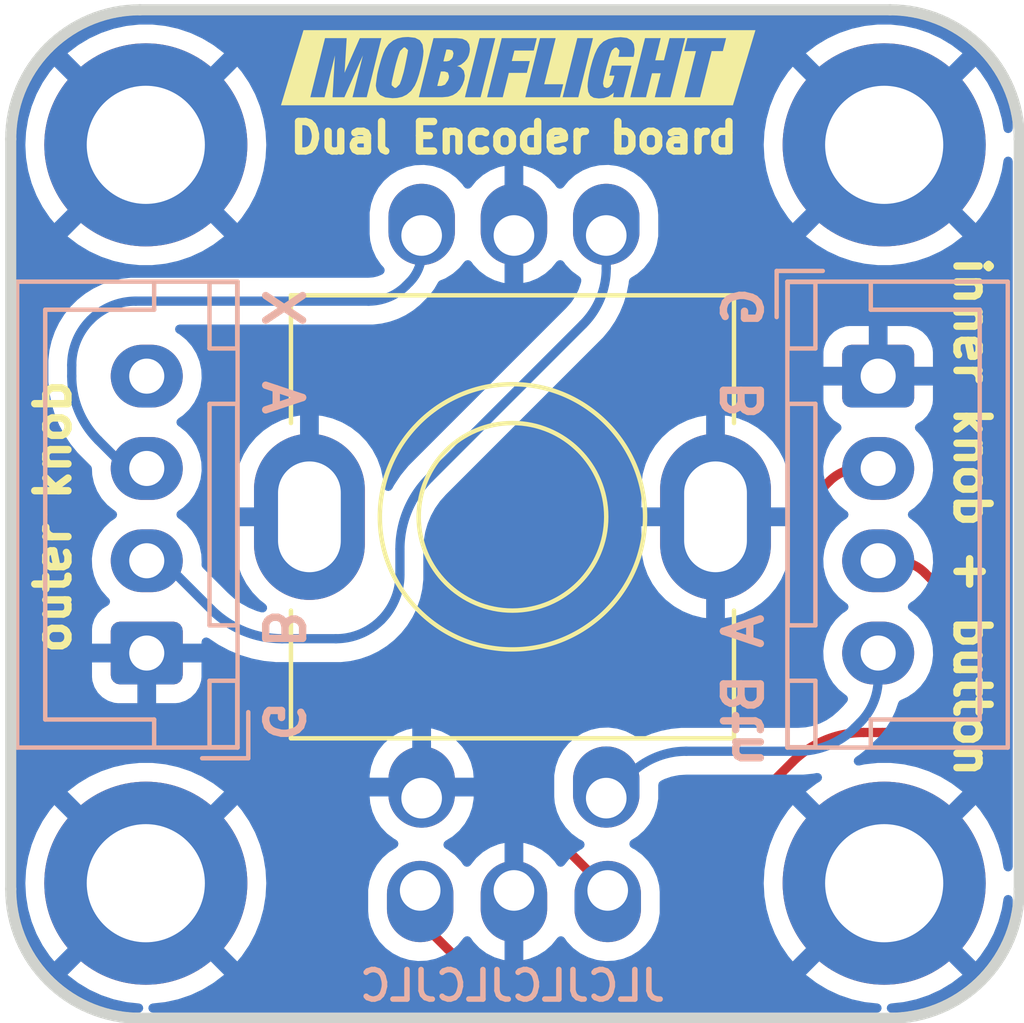
<source format=kicad_pcb>
(kicad_pcb (version 20221018) (generator pcbnew)
  (layers (0 "F.Cu" signal) (31 "B.Cu" signal) (34 "B.Paste" user) (35 "F.Paste" user) (36 "B.SilkS" user "B.Silkscreen") (37 "F.SilkS" user "F.Silkscreen") (38 "B.Mask" user) (39 "F.Mask" user) (44 "Edge.Cuts" user))
  (net 0 "")
  (net 1 "GND")
  (net 2 "SMALL_A")
  (net 3 "SMALL_B")
  (net 4 "SMALL_BUTTON")
  (net 6 "LARGE_B")
  (net 7 "LARGE_A")
  (footprint "MountingHole:MountingHole_3.2mm_M3_ISO14580_Pad_TopBottom" (layer "F.Cu") (at 108.063369 55.99437 180)
    (fp_text reference "H4" hide)
    (fp_text value "MountingHole" hide)
    (pad "1" thru_hole circle (at 0 0 180) (size 3.6 3.6) (drill 3.2) (layers "*.Cu" "*.Mask") (net 1 "GND"))
    (pad "1" connect circle (at 0 0 180) (size 5.5 5.5) (layers "F.Cu" "F.Mask") (net 1 "GND"))
    (pad "1" connect circle (at 0 0 180) (size 5.5 5.5) (layers "B.Cu" "B.Mask") (net 1 "GND"))
  )
  (footprint "kibuzzard-6380ACF0" (layer "F.Cu") (at 118.150523 53.905484)
    (fp_text reference "kibuzzard-6380ACF0" hide)
    (fp_text value "G***" hide)
    (fp_poly (pts (xy -2.083594 0.494506) (xy -1.981359 0.457835) (xy -1.901349 0.343376) (xy -1.879124 0.278924) (xy -1.874679 0.225584) (xy -1.904682 0.132239) (xy -1.994694 0.101124) (xy -2.094706 0.101124) (xy -2.192496 0.494506) (xy -2.083594 0.494506)) (fill solid) (layer "F.SilkS"))
    (fp_poly (pts (xy -1.936909 -0.172244) (xy -1.862455 -0.188913) (xy -1.796891 -0.247809) (xy -1.772444 -0.292259) (xy -1.752441 -0.392271) (xy -1.781334 -0.467281) (xy -1.868011 -0.492284) (xy -1.945799 -0.492284) (xy -2.025809 -0.172244) (xy -1.936909 -0.172244)) (fill solid) (layer "F.SilkS"))
    (fp_poly (pts (xy -3.428206 0.476726) (xy -3.343751 0.547846) (xy -3.303746 0.541179) (xy -3.208179 0.447834) (xy -3.162618 0.326152) (xy -3.101499 0.116681) (xy -3.074273 -0.003334) (xy -3.032601 -0.203359) (xy -2.99593 -0.391716) (xy -2.983706 -0.476726) (xy -3.068161 -0.552291) (xy -3.103721 -0.547846) (xy -3.201511 -0.451168) (xy -3.247072 -0.329208) (xy -3.308191 -0.121126) (xy -3.332917 -0.023336) (xy -3.375978 0.163354) (xy -3.415149 0.341154) (xy -3.428206 0.412274) (xy -3.428206 0.476726)) (fill solid) (layer "F.SilkS"))
    (fp_poly (pts (xy -5.630704 -1.017535) (xy -5.815912 -1.017535) (xy -6.426433 1.017535) (xy -5.815912 1.017535) (xy -5.630704 1.017535) (xy -5.630704 0.798989) (xy -5.232876 -0.801211) (xy -4.646136 -0.801211) (xy -4.703921 0.138906) (xy -4.290536 -0.801211) (xy -3.706019 -0.801211) (xy -4.103846 0.798989) (xy -4.488339 0.798989) (xy -4.206081 -0.334486) (xy -4.708366 0.798989) (xy -5.028406 0.798989) (xy -4.963954 -0.334486) (xy -5.246211 0.798989) (xy -5.630704 0.798989) (xy -5.630704 1.017535) (xy -3.405981 1.017535) (xy -3.405981 0.825659) (xy -3.601283 0.803434) (xy -3.74269 0.736759) (xy -3.828534 0.63119) (xy -3.857149 0.492284) (xy -3.854926 0.460058) (xy -3.852704 0.432276) (xy -3.827145 0.244475) (xy -3.817144 0.174466) (xy -3.798808 0.093345) (xy -3.766026 -0.034449) (xy -3.706513 -0.239413) (xy -3.649468 -0.400914) (xy -3.594894 -0.518954) (xy -3.506549 -0.641191) (xy -3.388201 -0.736759) (xy -3.263186 -0.795099) (xy -3.132614 -0.823436) (xy -3.057049 -0.828993) (xy -2.979261 -0.832326) (xy -2.79146 -0.810101) (xy -2.663666 -0.743426) (xy -2.590324 -0.626189) (xy -2.565876 -0.452279) (xy -2.572791 -0.336709) (xy -2.593534 -0.197432) (xy -2.628106 -0.034449) (xy -2.685768 0.182245) (xy -2.743182 0.35523) (xy -2.80035 0.484505) (xy -2.898418 0.626467) (xy -3.021489 0.730091) (xy -3.145949 0.790099) (xy -3.279299 0.818991) (xy -3.405981 0.825659) (xy -3.405981 1.017535) (xy -2.692559 1.017535) (xy -2.692559 0.798989) (xy -2.294731 -0.801211) (xy -1.667986 -0.801211) (xy -1.511856 -0.782876) (xy -1.399064 -0.727869) (xy -1.330722 -0.637858) (xy -1.307941 -0.514509) (xy -1.316276 -0.427831) (xy -1.341279 -0.332264) (xy -1.383506 -0.243364) (xy -1.447959 -0.163354) (xy -1.544638 -0.086122) (xy -1.656874 -0.041116) (xy -1.605756 -0.032226) (xy -1.556861 -0.007779) (xy -1.473517 0.082232) (xy -1.445736 0.214471) (xy -1.459071 0.327819) (xy -1.505744 0.456724) (xy -1.575086 0.579939) (xy -1.663986 0.675773) (xy -1.772444 0.744226) (xy -1.90046 0.785298) (xy -2.048034 0.798989) (xy -2.692559 0.798989) (xy -2.692559 1.017535) (xy -1.443514 1.017535) (xy -1.443514 0.798989) (xy -1.045686 -0.801211) (xy -0.621189 -0.801211) (xy -1.019016 0.798989) (xy -1.443514 0.798989) (xy -1.443514 1.017535) (xy -0.843439 1.017535) (xy -0.843439 0.798989) (xy -0.445611 -0.801211) (xy 0.503396 -0.801211) (xy 0.421164 -0.465614) (xy -0.103346 -0.465614) (xy -0.174466 -0.181134) (xy 0.314484 -0.181134) (xy 0.234474 0.138906) (xy -0.254476 0.138906) (xy -0.418941 0.798989) (xy -0.843439 0.798989) (xy -0.843439 1.017535) (xy 0.192246 1.017535) (xy 0.192246 0.798989) (xy 0.590074 -0.801211) (xy 1.014571 -0.801211) (xy 0.703421 0.447834) (xy 1.219041 0.447834) (xy 1.130141 0.798989) (xy 0.192246 0.798989) (xy 0.192246 1.017535) (xy 1.203484 1.017535) (xy 1.203484 0.798989) (xy 1.601311 -0.801211) (xy 2.025809 -0.801211) (xy 1.627981 0.798989) (xy 1.203484 0.798989) (xy 1.203484 1.017535) (xy 2.181384 1.017535) (xy 2.181384 0.832326) (xy 2.044978 0.813157) (xy 1.951355 0.75565) (xy 1.897182 0.65536) (xy 1.879124 0.507841) (xy 1.884557 0.407829) (xy 1.900855 0.285591) (xy 1.928019 0.141129) (xy 1.956911 0.010001) (xy 2.014974 -0.198914) (xy 2.075815 -0.372269) (xy 2.139434 -0.510064) (xy 2.205831 -0.612299) (xy 2.310536 -0.709842) (xy 2.443886 -0.777258) (xy 2.605881 -0.814546) (xy 2.774791 -0.827881) (xy 2.944257 -0.807323) (xy 3.061494 -0.745649) (xy 3.129836 -0.642858) (xy 3.152616 -0.498951) (xy 3.141504 -0.370046) (xy 3.123724 -0.294481) (xy 2.712561 -0.294481) (xy 2.714784 -0.305594) (xy 2.730341 -0.367824) (xy 2.739231 -0.420053) (xy 2.741454 -0.472281) (xy 2.661444 -0.550069) (xy 2.609215 -0.537845) (xy 2.538095 -0.470059) (xy 2.503924 -0.394494) (xy 2.465864 -0.278924) (xy 2.385854 0.005556) (xy 2.325846 0.261144) (xy 2.306955 0.345599) (xy 2.296954 0.430054) (xy 2.32029 0.520065) (xy 2.390299 0.550069) (xy 2.434749 0.54229) (xy 2.472531 0.523399) (xy 2.538095 0.446722) (xy 2.592546 0.272256) (xy 2.605881 0.214471) (xy 2.465864 0.214471) (xy 2.534761 -0.056674) (xy 3.068161 -0.056674) (xy 2.854801 0.798989) (xy 2.570321 0.798989) (xy 2.590324 0.672306) (xy 2.556986 0.703421) (xy 2.440305 0.782876) (xy 2.321401 0.821214) (xy 2.181384 0.832326) (xy 2.181384 1.017535) (xy 3.037046 1.017535) (xy 3.037046 0.798989) (xy 3.434874 -0.801211) (xy 3.859371 -0.801211) (xy 3.710464 -0.201136) (xy 3.948271 -0.201136) (xy 4.099401 -0.801211) (xy 4.521676 -0.801211) (xy 4.123849 0.798989) (xy 3.699351 0.798989) (xy 3.861594 0.150019) (xy 3.623786 0.150019) (xy 3.461544 0.798989) (xy 3.037046 0.798989) (xy 3.037046 1.017535) (xy 4.926171 1.017535) (xy 4.926171 0.798989) (xy 4.503896 0.798989) (xy 4.815046 -0.450056) (xy 4.495006 -0.450056) (xy 4.581684 -0.801211) (xy 5.630704 -0.801211) (xy 5.541804 -0.450056) (xy 5.239544 -0.450056) (xy 4.926171 0.798989) (xy 4.926171 1.017535) (xy 5.630704 1.017535) (xy 5.815912 1.017535) (xy 6.426433 -1.017535) (xy 5.815912 -1.017535) (xy 5.630704 -1.017535) (xy -5.630704 -1.017535)) (fill solid) (layer "F.SilkS"))
  )
  (footprint "MountingHole:MountingHole_3.2mm_M3_ISO14580_Pad_TopBottom" (layer "F.Cu") (at 108.063369 75.99437 180)
    (fp_text reference "H3" hide)
    (fp_text value "MountingHole" hide)
    (pad "1" thru_hole circle (at 0 0 180) (size 3.6 3.6) (drill 3.2) (layers "*.Cu" "*.Mask") (net 1 "GND"))
    (pad "1" connect circle (at 0 0 180) (size 5.5 5.5) (layers "F.Cu" "F.Mask") (net 1 "GND"))
    (pad "1" connect circle (at 0 0 180) (size 5.5 5.5) (layers "B.Cu" "B.Mask") (net 1 "GND"))
  )
  (footprint "MountingHole:MountingHole_3.2mm_M3_ISO14580_Pad_TopBottom" (layer "F.Cu") (at 128.063369 55.99437 180)
    (fp_text reference "H2" hide)
    (fp_text value "MountingHole" hide)
    (pad "1" thru_hole circle (at 0 0 180) (size 3.6 3.6) (drill 3.2) (layers "*.Cu" "*.Mask") (net 1 "GND"))
    (pad "1" connect circle (at 0 0 180) (size 5.5 5.5) (layers "F.Cu" "F.Mask") (net 1 "GND"))
    (pad "1" connect circle (at 0 0 180) (size 5.5 5.5) (layers "B.Cu" "B.Mask") (net 1 "GND"))
  )
  (footprint "MountingHole:MountingHole_3.2mm_M3_ISO14580_Pad_TopBottom" (layer "F.Cu") (at 128.063369 75.99437 180)
    (fp_text reference "H1" hide)
    (fp_text value "MountingHole" hide)
    (pad "1" thru_hole circle (at 0 0 180) (size 3.6 3.6) (drill 3.2) (layers "*.Cu" "*.Mask") (net 1 "GND"))
    (pad "1" connect circle (at 0 0 180) (size 5.5 5.5) (layers "F.Cu" "F.Mask") (net 1 "GND"))
    (pad "1" connect circle (at 0 0 180) (size 5.5 5.5) (layers "B.Cu" "B.Mask") (net 1 "GND"))
  )
  (footprint "KiCad:EC11EBB24C03" (layer "F.Cu") (at 117.994914 66.070016 180)
    (fp_text reference "U1" hide)
    (fp_text value "EC11EBB24C03" hide)
    (fp_line (start -6 -6) (end -6 -2.54) (stroke (width 0.12)) (layer "F.SilkS"))
    (fp_line (start -6 2.54) (end -6 6) (stroke (width 0.12)) (layer "F.SilkS"))
    (fp_line (start -6 6) (end 6 6) (stroke (width 0.12)) (layer "F.SilkS"))
    (fp_line (start 6 -6) (end -6 -6) (stroke (width 0.12)) (layer "F.SilkS"))
    (fp_line (start 6 -2.54) (end 6 -6) (stroke (width 0.12)) (layer "F.SilkS"))
    (fp_line (start 6 6) (end 6 2.54) (stroke (width 0.12)) (layer "F.SilkS"))
    (fp_circle (center 0 0) (end 0 -2.54) (stroke (width 0.12)) (fill none) (layer "F.SilkS"))
    (fp_circle (center 0 0) (end 2.54 -2.54) (stroke (width 0.12)) (fill none) (layer "F.SilkS"))
    (pad "A1" thru_hole oval (at -2.54 7.62 180) (size 1.8 2.2) (drill 1.1 (offset 0 0.3)) (layers "*.Cu" "*.Mask") (net 7 "LARGE_A"))
    (pad "A2" thru_hole oval (at -2.58 -10.12 180) (size 1.8 2.2) (drill 1.1 (offset 0 -0.3)) (layers "*.Cu" "*.Mask") (net 2 "SMALL_A"))
    (pad "B1" thru_hole oval (at 2.46 7.62 180) (size 1.8 2.2) (drill 1.1 (offset 0 0.3)) (layers "*.Cu" "*.Mask") (net 6 "LARGE_B"))
    (pad "B2" thru_hole oval (at 2.5 -10.12 180) (size 1.8 2.2) (drill 1.1 (offset 0 -0.3)) (layers "*.Cu" "*.Mask") (net 3 "SMALL_B"))
    (pad "C1" thru_hole oval (at -0.04 7.62 180) (size 1.8 2.2) (drill 1.1 (offset 0 0.3)) (layers "*.Cu" "*.Mask") (net 1 "GND"))
    (pad "C2" thru_hole oval (at -0.04 -10.12 180) (size 1.8 2.2) (drill 1.1 (offset 0 -0.3)) (layers "*.Cu" "*.Mask") (net 1 "GND"))
    (pad "D1" thru_hole oval (at -2.54 -7.62 180) (size 1.8 2.2) (drill 1.1 (offset 0 0.3)) (layers "*.Cu" "*.Mask") (net 4 "SMALL_BUTTON"))
    (pad "E1" thru_hole oval (at 2.46 -7.62 180) (size 1.8 2.2) (drill 1.1 (offset 0 0.3)) (layers "*.Cu" "*.Mask") (net 1 "GND"))
    (pad "MH1" thru_hole oval (at -5.5 0 180) (size 3 4.5) (drill oval 1.7 3) (layers "*.Cu" "*.Mask") (net 1 "GND"))
    (pad "MH2" thru_hole oval (at 5.5 0 180) (size 3 4.5) (drill oval 1.7 3) (layers "*.Cu" "*.Mask") (net 1 "GND"))
  )
  (footprint "Connector_JST:JST_XH_B4B-XH-A_1x04_P2.50mm_Vertical" (layer "B.Cu") (at 127.900914 62.260016 -90)
    (fp_text reference "SMALL1" hide)
    (fp_text value "Conn_01x04_Male" hide)
    (fp_line (start -2.85 2.75) (end -2.85 1.5) (stroke (width 0.12)) (layer "B.SilkS"))
    (fp_line (start -2.56 -3.51) (end 10.06 -3.51) (stroke (width 0.12)) (layer "B.SilkS"))
    (fp_line (start -2.56 2.46) (end -2.56 -3.51) (stroke (width 0.12)) (layer "B.SilkS"))
    (fp_line (start -2.55 0.2) (end -1.8 0.2) (stroke (width 0.12)) (layer "B.SilkS"))
    (fp_line (start -2.55 1.7) (end -0.75 1.7) (stroke (width 0.12)) (layer "B.SilkS"))
    (fp_line (start -2.55 2.45) (end -2.55 1.7) (stroke (width 0.12)) (layer "B.SilkS"))
    (fp_line (start -1.8 -2.75) (end 3.75 -2.75) (stroke (width 0.12)) (layer "B.SilkS"))
    (fp_line (start -1.8 0.2) (end -1.8 -2.75) (stroke (width 0.12)) (layer "B.SilkS"))
    (fp_line (start -1.6 2.75) (end -2.85 2.75) (stroke (width 0.12)) (layer "B.SilkS"))
    (fp_line (start -0.75 1.7) (end -0.75 2.45) (stroke (width 0.12)) (layer "B.SilkS"))
    (fp_line (start -0.75 2.45) (end -2.55 2.45) (stroke (width 0.12)) (layer "B.SilkS"))
    (fp_line (start 0.75 1.7) (end 6.75 1.7) (stroke (width 0.12)) (layer "B.SilkS"))
    (fp_line (start 0.75 2.45) (end 0.75 1.7) (stroke (width 0.12)) (layer "B.SilkS"))
    (fp_line (start 6.75 1.7) (end 6.75 2.45) (stroke (width 0.12)) (layer "B.SilkS"))
    (fp_line (start 6.75 2.45) (end 0.75 2.45) (stroke (width 0.12)) (layer "B.SilkS"))
    (fp_line (start 8.25 1.7) (end 10.05 1.7) (stroke (width 0.12)) (layer "B.SilkS"))
    (fp_line (start 8.25 2.45) (end 8.25 1.7) (stroke (width 0.12)) (layer "B.SilkS"))
    (fp_line (start 9.3 -2.75) (end 3.75 -2.75) (stroke (width 0.12)) (layer "B.SilkS"))
    (fp_line (start 9.3 0.2) (end 9.3 -2.75) (stroke (width 0.12)) (layer "B.SilkS"))
    (fp_line (start 10.05 0.2) (end 9.3 0.2) (stroke (width 0.12)) (layer "B.SilkS"))
    (fp_line (start 10.05 1.7) (end 10.05 2.45) (stroke (width 0.12)) (layer "B.SilkS"))
    (fp_line (start 10.05 2.45) (end 8.25 2.45) (stroke (width 0.12)) (layer "B.SilkS"))
    (fp_line (start 10.06 -3.51) (end 10.06 2.46) (stroke (width 0.12)) (layer "B.SilkS"))
    (fp_line (start 10.06 2.46) (end -2.56 2.46) (stroke (width 0.12)) (layer "B.SilkS"))
    (pad "1" thru_hole roundrect (at 0 0 270) (size 1.7 1.95) (drill 0.95) (layers "*.Cu" "*.Mask") (roundrect_rratio 0.1470588235) (net 1 "GND"))
    (pad "2" thru_hole oval (at 2.5 0 270) (size 1.7 1.95) (drill 0.95) (layers "*.Cu" "*.Mask") (net 2 "SMALL_A"))
    (pad "3" thru_hole oval (at 5 0 270) (size 1.7 1.95) (drill 0.95) (layers "*.Cu" "*.Mask") (net 3 "SMALL_B"))
    (pad "4" thru_hole oval (at 7.5 0 270) (size 1.7 1.95) (drill 0.95) (layers "*.Cu" "*.Mask") (net 4 "SMALL_BUTTON"))
  )
  (footprint "Connector_JST:JST_XH_B4B-XH-A_1x04_P2.50mm_Vertical" (layer "B.Cu") (at 108.088914 69.760016 90)
    (fp_text reference "LARGE1" hide)
    (fp_text value "Conn_01x04_Male" hide)
    (fp_line (start -2.85 2.75) (end -2.85 1.5) (stroke (width 0.12)) (layer "B.SilkS"))
    (fp_line (start -2.56 -3.51) (end 10.06 -3.51) (stroke (width 0.12)) (layer "B.SilkS"))
    (fp_line (start -2.56 2.46) (end -2.56 -3.51) (stroke (width 0.12)) (layer "B.SilkS"))
    (fp_line (start -2.55 0.2) (end -1.8 0.2) (stroke (width 0.12)) (layer "B.SilkS"))
    (fp_line (start -2.55 1.7) (end -0.75 1.7) (stroke (width 0.12)) (layer "B.SilkS"))
    (fp_line (start -2.55 2.45) (end -2.55 1.7) (stroke (width 0.12)) (layer "B.SilkS"))
    (fp_line (start -1.8 -2.75) (end 3.75 -2.75) (stroke (width 0.12)) (layer "B.SilkS"))
    (fp_line (start -1.8 0.2) (end -1.8 -2.75) (stroke (width 0.12)) (layer "B.SilkS"))
    (fp_line (start -1.6 2.75) (end -2.85 2.75) (stroke (width 0.12)) (layer "B.SilkS"))
    (fp_line (start -0.75 1.7) (end -0.75 2.45) (stroke (width 0.12)) (layer "B.SilkS"))
    (fp_line (start -0.75 2.45) (end -2.55 2.45) (stroke (width 0.12)) (layer "B.SilkS"))
    (fp_line (start 0.75 1.7) (end 6.75 1.7) (stroke (width 0.12)) (layer "B.SilkS"))
    (fp_line (start 0.75 2.45) (end 0.75 1.7) (stroke (width 0.12)) (layer "B.SilkS"))
    (fp_line (start 6.75 1.7) (end 6.75 2.45) (stroke (width 0.12)) (layer "B.SilkS"))
    (fp_line (start 6.75 2.45) (end 0.75 2.45) (stroke (width 0.12)) (layer "B.SilkS"))
    (fp_line (start 8.25 1.7) (end 10.05 1.7) (stroke (width 0.12)) (layer "B.SilkS"))
    (fp_line (start 8.25 2.45) (end 8.25 1.7) (stroke (width 0.12)) (layer "B.SilkS"))
    (fp_line (start 9.3 -2.75) (end 3.75 -2.75) (stroke (width 0.12)) (layer "B.SilkS"))
    (fp_line (start 9.3 0.2) (end 9.3 -2.75) (stroke (width 0.12)) (layer "B.SilkS"))
    (fp_line (start 10.05 0.2) (end 9.3 0.2) (stroke (width 0.12)) (layer "B.SilkS"))
    (fp_line (start 10.05 1.7) (end 10.05 2.45) (stroke (width 0.12)) (layer "B.SilkS"))
    (fp_line (start 10.05 2.45) (end 8.25 2.45) (stroke (width 0.12)) (layer "B.SilkS"))
    (fp_line (start 10.06 -3.51) (end 10.06 2.46) (stroke (width 0.12)) (layer "B.SilkS"))
    (fp_line (start 10.06 2.46) (end -2.56 2.46) (stroke (width 0.12)) (layer "B.SilkS"))
    (pad "1" thru_hole roundrect (at 0 0 90) (size 1.7 1.95) (drill 0.95) (layers "*.Cu" "*.Mask") (roundrect_rratio 0.1470588235) (net 1 "GND"))
    (pad "2" thru_hole oval (at 2.5 0 90) (size 1.7 1.95) (drill 0.95) (layers "*.Cu" "*.Mask") (net 7 "LARGE_A"))
    (pad "3" thru_hole oval (at 5 0 90) (size 1.7 1.95) (drill 0.95) (layers "*.Cu" "*.Mask") (net 6 "LARGE_B"))
    (pad "4" thru_hole oval (at 7.5 0 90) (size 1.7 1.95) (drill 0.95) (layers "*.Cu" "*.Mask"))
  )
  (gr_line (start 105.203544 53.610132) (end 105.313551 53.483136) (stroke (width 0.299997)) (layer "Edge.Cuts"))
  (gr_line (start 106.38692 52.681594) (end 106.541956 52.611503) (stroke (width 0.299997)) (layer "Edge.Cuts"))
  (gr_line (start 131.027096 53.742352) (end 131.124677 53.879574) (stroke (width 0.299997)) (layer "Edge.Cuts"))
  (gr_line (start 130.316527 53.031783) (end 130.448746 53.135687) (stroke (width 0.299997)) (layer "Edge.Cuts"))
  (gr_line (start 104.616694 77.355702) (end 104.561668 77.193078) (stroke (width 0.299997)) (layer "Edge.Cuts"))
  (gr_line (start 128.222419 79.652285) (end 128.222419 79.652285) (stroke (width 0.299997)) (layer "Edge.Cuts"))
  (gr_line (start 129.584778 79.377238) (end 129.425838 79.439906) (stroke (width 0.299997)) (layer "Edge.Cuts"))
  (gr_line (start 104.444643 55.303441) (end 104.475423 55.131085) (stroke (width 0.299997)) (layer "Edge.Cuts"))
  (gr_line (start 105.313551 78.505606) (end 105.203544 78.37861) (stroke (width 0.299997)) (layer "Edge.Cuts"))
  (gr_line (start 129.097124 52.446645) (end 129.263213 52.493809) (stroke (width 0.299997)) (layer "Edge.Cuts"))
  (gr_line (start 131.717869 55.656346) (end 131.722423 55.836455) (stroke (width 0.299997)) (layer "Edge.Cuts"))
  (gr_line (start 105.810208 78.956959) (end 105.677989 78.853055) (stroke (width 0.299997)) (layer "Edge.Cuts"))
  (gr_line (start 130.697295 53.361583) (end 130.813185 53.483136) (stroke (width 0.299997)) (layer "Edge.Cuts"))
  (gr_line (start 104.514504 54.961752) (end 104.561668 54.795664) (stroke (width 0.299997)) (layer "Edge.Cuts"))
  (gr_line (start 128.755435 79.611957) (end 128.580274 79.634215) (stroke (width 0.299997)) (layer "Edge.Cuts"))
  (gr_line (start 105.677989 78.853055) (end 105.550993 78.743048) (stroke (width 0.299997)) (layer "Edge.Cuts"))
  (gr_line (start 130.179304 52.934202) (end 130.316527 53.031783) (stroke (width 0.299997)) (layer "Edge.Cuts"))
  (gr_line (start 131.722423 76.152285) (end 131.717869 76.332395) (stroke (width 0.299997)) (layer "Edge.Cuts"))
  (gr_line (start 131.447375 54.474099) (end 131.510043 54.63304) (stroke (width 0.299997)) (layer "Edge.Cuts"))
  (gr_line (start 104.404315 76.152285) (end 104.404315 76.152285) (stroke (width 0.299997)) (layer "Edge.Cuts"))
  (gr_line (start 129.890729 79.229854) (end 129.739815 79.307147) (stroke (width 0.299997)) (layer "Edge.Cuts"))
  (gr_line (start 105.429441 78.627158) (end 105.313551 78.505606) (stroke (width 0.299997)) (layer "Edge.Cuts"))
  (gr_line (start 104.911021 77.967162) (end 104.826746 77.820592) (stroke (width 0.299997)) (layer "Edge.Cuts"))
  (gr_line (start 105.947431 79.05454) (end 105.810208 78.956959) (stroke (width 0.299997)) (layer "Edge.Cuts"))
  (gr_line (start 106.236006 79.229854) (end 106.089437 79.145578) (stroke (width 0.299997)) (layer "Edge.Cuts"))
  (gr_line (start 130.923192 78.37861) (end 130.813185 78.505606) (stroke (width 0.299997)) (layer "Edge.Cuts"))
  (gr_line (start 131.704353 55.478601) (end 131.717869 55.656346) (stroke (width 0.299997)) (layer "Edge.Cuts"))
  (gr_line (start 130.448746 53.135687) (end 130.575742 53.245694) (stroke (width 0.299997)) (layer "Edge.Cuts"))
  (gr_line (start 131.682095 55.303441) (end 131.704353 55.478601) (stroke (width 0.299997)) (layer "Edge.Cuts"))
  (gr_line (start 106.541956 52.611503) (end 106.700897 52.548835) (stroke (width 0.299997)) (layer "Edge.Cuts"))
  (gr_line (start 104.475423 55.131085) (end 104.514504 54.961752) (stroke (width 0.299997)) (layer "Edge.Cuts"))
  (gr_line (start 131.510043 54.63304) (end 131.56507 54.795664) (stroke (width 0.299997)) (layer "Edge.Cuts"))
  (gr_line (start 129.739815 79.307147) (end 129.584778 79.377238) (stroke (width 0.299997)) (layer "Edge.Cuts"))
  (gr_line (start 130.316527 78.956959) (end 130.179304 79.05454) (stroke (width 0.299997)) (layer "Edge.Cuts"))
  (gr_line (start 106.236006 52.758887) (end 106.38692 52.681594) (stroke (width 0.299997)) (layer "Edge.Cuts"))
  (gr_line (start 105.313551 53.483136) (end 105.429441 53.361583) (stroke (width 0.299997)) (layer "Edge.Cuts"))
  (gr_line (start 105.550993 53.245694) (end 105.677989 53.135687) (stroke (width 0.299997)) (layer "Edge.Cuts"))
  (gr_line (start 130.448746 78.853055) (end 130.316527 78.956959) (stroke (width 0.299997)) (layer "Edge.Cuts"))
  (gr_line (start 107.198943 79.581178) (end 107.02961 79.542096) (stroke (width 0.299997)) (layer "Edge.Cuts"))
  (gr_line (start 104.408869 76.332395) (end 104.404315 76.152285) (stroke (width 0.299997)) (layer "Edge.Cuts"))
  (gr_line (start 128.222419 79.652285) (end 128.222419 79.652285) (stroke (width 0.299997)) (layer "Edge.Cuts"))
  (gr_line (start 106.863522 79.494932) (end 106.700897 79.439906) (stroke (width 0.299997)) (layer "Edge.Cuts"))
  (gr_line (start 104.422385 76.51014) (end 104.408869 76.332395) (stroke (width 0.299997)) (layer "Edge.Cuts"))
  (gr_line (start 104.679362 77.514643) (end 104.616694 77.355702) (stroke (width 0.299997)) (layer "Edge.Cuts"))
  (gr_line (start 107.54646 79.634215) (end 107.371299 79.611957) (stroke (width 0.299997)) (layer "Edge.Cuts"))
  (gr_line (start 129.263213 79.494932) (end 129.097124 79.542096) (stroke (width 0.299997)) (layer "Edge.Cuts"))
  (gr_line (start 107.904315 79.652285) (end 107.904315 79.652285) (stroke (width 0.299997)) (layer "Edge.Cuts"))
  (gr_line (start 128.927792 79.581178) (end 128.755435 79.611957) (stroke (width 0.299997)) (layer "Edge.Cuts"))
  (gr_line (start 107.54646 52.354525) (end 107.724205 52.341009) (stroke (width 0.299997)) (layer "Edge.Cuts"))
  (gr_line (start 131.651315 55.131085) (end 131.682095 55.303441) (stroke (width 0.299997)) (layer "Edge.Cuts"))
  (gr_line (start 129.739815 52.681594) (end 129.890729 52.758887) (stroke (width 0.299997)) (layer "Edge.Cuts"))
  (gr_line (start 105.550993 78.743048) (end 105.429441 78.627158) (stroke (width 0.299997)) (layer "Edge.Cuts"))
  (gr_line (start 131.682095 76.6853) (end 131.651315 76.857657) (stroke (width 0.299997)) (layer "Edge.Cuts"))
  (gr_line (start 105.429441 53.361583) (end 105.550993 53.245694) (stroke (width 0.299997)) (layer "Edge.Cuts"))
  (gr_line (start 104.679362 54.474099) (end 104.749453 54.319063) (stroke (width 0.299997)) (layer "Edge.Cuts"))
  (gr_line (start 129.263213 52.493809) (end 129.425838 52.548835) (stroke (width 0.299997)) (layer "Edge.Cuts"))
  (gr_line (start 104.444643 76.6853) (end 104.422385 76.51014) (stroke (width 0.299997)) (layer "Edge.Cuts"))
  (gr_line (start 104.826746 54.16815) (end 104.911021 54.02158) (stroke (width 0.299997)) (layer "Edge.Cuts"))
  (gr_line (start 130.697295 78.627158) (end 130.575742 78.743048) (stroke (width 0.299997)) (layer "Edge.Cuts"))
  (gr_line (start 130.813185 53.483136) (end 130.923192 53.610132) (stroke (width 0.299997)) (layer "Edge.Cuts"))
  (gr_line (start 107.904315 52.336455) (end 107.904315 52.336455) (stroke (width 0.299997)) (layer "Edge.Cuts"))
  (gr_line (start 104.826746 77.820592) (end 104.749453 77.669679) (stroke (width 0.299997)) (layer "Edge.Cuts"))
  (gr_line (start 128.222419 79.652285) (end 107.904315 79.652285) (stroke (width 0.299997)) (layer "Edge.Cuts"))
  (gr_line (start 131.299991 54.16815) (end 131.377284 54.319063) (stroke (width 0.299997)) (layer "Edge.Cuts"))
  (gr_line (start 104.911021 54.02158) (end 105.00206 53.879574) (stroke (width 0.299997)) (layer "Edge.Cuts"))
  (gr_line (start 131.215715 54.02158) (end 131.299991 54.16815) (stroke (width 0.299997)) (layer "Edge.Cuts"))
  (gr_line (start 131.027096 78.24639) (end 130.923192 78.37861) (stroke (width 0.299997)) (layer "Edge.Cuts"))
  (gr_line (start 130.575742 78.743048) (end 130.448746 78.853055) (stroke (width 0.299997)) (layer "Edge.Cuts"))
  (gr_line (start 104.749453 54.319063) (end 104.826746 54.16815) (stroke (width 0.299997)) (layer "Edge.Cuts"))
  (gr_line (start 106.089437 52.843163) (end 106.236006 52.758887) (stroke (width 0.299997)) (layer "Edge.Cuts"))
  (gr_line (start 128.580274 79.634215) (end 128.402529 79.647731) (stroke (width 0.299997)) (layer "Edge.Cuts"))
  (gr_line (start 130.575742 53.245694) (end 130.697295 53.361583) (stroke (width 0.299997)) (layer "Edge.Cuts"))
  (gr_line (start 128.402529 52.341009) (end 128.580274 52.354525) (stroke (width 0.299997)) (layer "Edge.Cuts"))
  (gr_line (start 131.510043 77.355702) (end 131.447375 77.514643) (stroke (width 0.299997)) (layer "Edge.Cuts"))
  (gr_line (start 129.890729 52.758887) (end 130.037298 52.843163) (stroke (width 0.299997)) (layer "Edge.Cuts"))
  (gr_line (start 106.700897 79.439906) (end 106.541956 79.377238) (stroke (width 0.299997)) (layer "Edge.Cuts"))
  (gr_line (start 104.422385 55.478601) (end 104.444643 55.303441) (stroke (width 0.299997)) (layer "Edge.Cuts"))
  (gr_line (start 131.717869 76.332395) (end 131.704353 76.51014) (stroke (width 0.299997)) (layer "Edge.Cuts"))
  (gr_line (start 107.371299 79.611957) (end 107.198943 79.581178) (stroke (width 0.299997)) (layer "Edge.Cuts"))
  (gr_line (start 104.514504 77.026989) (end 104.475423 76.857657) (stroke (width 0.299997)) (layer "Edge.Cuts"))
  (gr_line (start 106.089437 79.145578) (end 105.947431 79.05454) (stroke (width 0.299997)) (layer "Edge.Cuts"))
  (gr_line (start 105.00206 53.879574) (end 105.099641 53.742352) (stroke (width 0.299997)) (layer "Edge.Cuts"))
  (gr_line (start 107.724205 79.647731) (end 107.54646 79.634215) (stroke (width 0.299997)) (layer "Edge.Cuts"))
  (gr_line (start 130.037298 52.843163) (end 130.179304 52.934202) (stroke (width 0.299997)) (layer "Edge.Cuts"))
  (gr_line (start 104.404315 55.836455) (end 104.408869 55.656346) (stroke (width 0.299997)) (layer "Edge.Cuts"))
  (gr_line (start 131.124677 53.879574) (end 131.215715 54.02158) (stroke (width 0.299997)) (layer "Edge.Cuts"))
  (gr_line (start 130.179304 79.05454) (end 130.037298 79.145578) (stroke (width 0.299997)) (layer "Edge.Cuts"))
  (gr_line (start 131.377284 77.669679) (end 131.299991 77.820592) (stroke (width 0.299997)) (layer "Edge.Cuts"))
  (gr_line (start 131.722423 55.836455) (end 131.722423 55.836455) (stroke (width 0.299997)) (layer "Edge.Cuts"))
  (gr_line (start 104.404315 76.152285) (end 104.404315 55.836455) (stroke (width 0.299997)) (layer "Edge.Cuts"))
  (gr_line (start 131.722423 55.836455) (end 131.722423 76.152285) (stroke (width 0.299997)) (layer "Edge.Cuts"))
  (gr_line (start 107.02961 52.446645) (end 107.198943 52.407563) (stroke (width 0.299997)) (layer "Edge.Cuts"))
  (gr_line (start 128.222419 52.336455) (end 128.402529 52.341009) (stroke (width 0.299997)) (layer "Edge.Cuts"))
  (gr_line (start 131.612233 54.961752) (end 131.651315 55.131085) (stroke (width 0.299997)) (layer "Edge.Cuts"))
  (gr_line (start 128.402529 79.647731) (end 128.222419 79.652285) (stroke (width 0.299997)) (layer "Edge.Cuts"))
  (gr_line (start 130.923192 53.610132) (end 131.027096 53.742352) (stroke (width 0.299997)) (layer "Edge.Cuts"))
  (gr_line (start 104.616694 54.63304) (end 104.679362 54.474099) (stroke (width 0.299997)) (layer "Edge.Cuts"))
  (gr_line (start 107.724205 52.341009) (end 107.904315 52.336455) (stroke (width 0.299997)) (layer "Edge.Cuts"))
  (gr_line (start 105.947431 52.934202) (end 106.089437 52.843163) (stroke (width 0.299997)) (layer "Edge.Cuts"))
  (gr_line (start 107.02961 79.542096) (end 106.863522 79.494932) (stroke (width 0.299997)) (layer "Edge.Cuts"))
  (gr_line (start 131.215715 77.967162) (end 131.124677 78.109168) (stroke (width 0.299997)) (layer "Edge.Cuts"))
  (gr_line (start 107.904315 52.336455) (end 128.222419 52.336455) (stroke (width 0.299997)) (layer "Edge.Cuts"))
  (gr_line (start 104.475423 76.857657) (end 104.444643 76.6853) (stroke (width 0.299997)) (layer "Edge.Cuts"))
  (gr_line (start 105.099641 78.24639) (end 105.00206 78.109168) (stroke (width 0.299997)) (layer "Edge.Cuts"))
  (gr_line (start 131.722423 76.152285) (end 131.722423 76.152285) (stroke (width 0.299997)) (layer "Edge.Cuts"))
  (gr_line (start 131.299991 77.820592) (end 131.215715 77.967162) (stroke (width 0.299997)) (layer "Edge.Cuts"))
  (gr_line (start 105.203544 78.37861) (end 105.099641 78.24639) (stroke (width 0.299997)) (layer "Edge.Cuts"))
  (gr_line (start 131.56507 54.795664) (end 131.612233 54.961752) (stroke (width 0.299997)) (layer "Edge.Cuts"))
  (gr_line (start 106.38692 79.307147) (end 106.236006 79.229854) (stroke (width 0.299997)) (layer "Edge.Cuts"))
  (gr_line (start 130.813185 78.505606) (end 130.697295 78.627158) (stroke (width 0.299997)) (layer "Edge.Cuts"))
  (gr_line (start 131.704353 76.51014) (end 131.682095 76.6853) (stroke (width 0.299997)) (layer "Edge.Cuts"))
  (gr_line (start 129.097124 79.542096) (end 128.927792 79.581178) (stroke (width 0.299997)) (layer "Edge.Cuts"))
  (gr_line (start 128.580274 52.354525) (end 128.755435 52.376783) (stroke (width 0.299997)) (layer "Edge.Cuts"))
  (gr_line (start 105.00206 78.109168) (end 104.911021 77.967162) (stroke (width 0.299997)) (layer "Edge.Cuts"))
  (gr_line (start 131.124677 78.109168) (end 131.027096 78.24639) (stroke (width 0.299997)) (layer "Edge.Cuts"))
  (gr_line (start 106.541956 79.377238) (end 106.38692 79.307147) (stroke (width 0.299997)) (layer "Edge.Cuts"))
  (gr_line (start 131.447375 77.514643) (end 131.377284 77.669679) (stroke (width 0.299997)) (layer "Edge.Cuts"))
  (gr_line (start 105.810208 53.031783) (end 105.947431 52.934202) (stroke (width 0.299997)) (layer "Edge.Cuts"))
  (gr_line (start 107.198943 52.407563) (end 107.371299 52.376783) (stroke (width 0.299997)) (layer "Edge.Cuts"))
  (gr_line (start 128.927792 52.407563) (end 129.097124 52.446645) (stroke (width 0.299997)) (layer "Edge.Cuts"))
  (gr_line (start 105.099641 53.742352) (end 105.203544 53.610132) (stroke (width 0.299997)) (layer "Edge.Cuts"))
  (gr_line (start 131.651315 76.857657) (end 131.612233 77.026989) (stroke (width 0.299997)) (layer "Edge.Cuts"))
  (gr_line (start 104.408869 55.656346) (end 104.422385 55.478601) (stroke (width 0.299997)) (layer "Edge.Cuts"))
  (gr_line (start 104.561668 54.795664) (end 104.616694 54.63304) (stroke (width 0.299997)) (layer "Edge.Cuts"))
  (gr_line (start 128.755435 52.376783) (end 128.927792 52.407563) (stroke (width 0.299997)) (layer "Edge.Cuts"))
  (gr_line (start 104.561668 77.193078) (end 104.514504 77.026989) (stroke (width 0.299997)) (layer "Edge.Cuts"))
  (gr_line (start 105.677989 53.135687) (end 105.810208 53.031783) (stroke (width 0.299997)) (layer "Edge.Cuts"))
  (gr_line (start 130.037298 79.145578) (end 129.890729 79.229854) (stroke (width 0.299997)) (layer "Edge.Cuts"))
  (gr_line (start 129.584778 52.611503) (end 129.739815 52.681594) (stroke (width 0.299997)) (layer "Edge.Cuts"))
  (gr_line (start 107.371299 52.376783) (end 107.54646 52.354525) (stroke (width 0.299997)) (layer "Edge.Cuts"))
  (gr_line (start 131.56507 77.193078) (end 131.510043 77.355702) (stroke (width 0.299997)) (layer "Edge.Cuts"))
  (gr_line (start 129.425838 79.439906) (end 129.263213 79.494932) (stroke (width 0.299997)) (layer "Edge.Cuts"))
  (gr_line (start 131.612233 77.026989) (end 131.56507 77.193078) (stroke (width 0.299997)) (layer "Edge.Cuts"))
  (gr_line (start 107.904315 79.652285) (end 107.724205 79.647731) (stroke (width 0.299997)) (layer "Edge.Cuts"))
  (gr_line (start 128.222419 52.336455) (end 128.222419 52.336455) (stroke (width 0.299997)) (layer "Edge.Cuts"))
  (gr_line (start 106.863522 52.493809) (end 107.02961 52.446645) (stroke (width 0.299997)) (layer "Edge.Cuts"))
  (gr_line (start 104.404315 55.836455) (end 104.404315 55.836455) (stroke (width 0.299997)) (layer "Edge.Cuts"))
  (gr_line (start 106.700897 52.548835) (end 106.863522 52.493809) (stroke (width 0.299997)) (layer "Edge.Cuts"))
  (gr_line (start 129.425838 52.548835) (end 129.584778 52.611503) (stroke (width 0.299997)) (layer "Edge.Cuts"))
  (gr_line (start 131.377284 54.319063) (end 131.447375 54.474099) (stroke (width 0.299997)) (layer "Edge.Cuts"))
  (gr_line (start 104.749453 77.669679) (end 104.679362 77.514643) (stroke (width 0.299997)) (layer "Edge.Cuts"))
  (gr_text "JLCJLCJLCJLC" (at 117.994914 78.770016) (layer "B.SilkS") (effects (font (size 0.8 0.8)) (justify mirror)))
  (gr_text "G  B       A Btn" (at 124.257063 66.358267 90) (layer "B.SilkS") (effects (font (size 1 1) (thickness 0.2)) (justify mirror)))
  (gr_text "G  B       A  X" (at 111.76241 66.029461 270) (layer "B.SilkS") (effects (font (size 1 1) (thickness 0.2)) (justify mirror)))
  (gr_text "outer knob" (at 105.548914 66.070016 90) (layer "F.SilkS") (effects (font (size 0.9 0.9) (thickness 0.2))))
  (gr_text "inner knob + button\n" (at 130.440914 66.070016 270) (layer "F.SilkS") (effects (font (size 0.9 0.9) (thickness 0.2))))
  (gr_text "Dual Encoder board\n" (at 118.030102 55.802118) (layer "F.SilkS") (effects (font (size 0.8 0.8) (thickness 0.2))))
  (segment (start 125.868914 66.56272) (end 125.868914 66.975034) (width 0.25) (layer "F.Cu") (net 2))
  (segment (start 126.396913 65.288015) (end 126.579845 65.105084) (width 0.25) (layer "F.Cu") (net 2))
  (segment (start 124.37981 69.591119) (end 125.072017 68.898912) (width 0.25) (layer "F.Cu") (net 2))
  (segment (start 127.412914 64.760016) (end 127.900914 64.760016) (width 0.25) (layer "F.Cu") (net 2))
  (segment (start 119.536852 75.151954) (end 120.574914 76.190016) (width 0.25) (layer "F.Cu") (net 2))
  (segment (start 121.661895 70.388016) (end 122.455932 70.388016) (width 0.25) (layer "F.Cu") (net 2))
  (segment (start 119.738017 71.184912) (end 119.536852 71.386077) (width 0.25) (layer "F.Cu") (net 2))
  (arc (start 125.868914 66.975034) (mid 125.661807 68.016229) (end 125.072017 68.898912) (width 0.25) (layer "F.Cu") (net 2))
  (arc (start 121.661895 70.388016) (mid 120.6207 70.595122) (end 119.738017 71.184912) (width 0.25) (layer "F.Cu") (net 2))
  (arc (start 118.756914 73.269016) (mid 118.959613 74.288054) (end 119.536852 75.151954) (width 0.25) (layer "F.Cu") (net 2))
  (arc (start 124.37981 69.591119) (mid 123.497127 70.180909) (end 122.455932 70.388016) (width 0.25) (layer "F.Cu") (net 2))
  (arc (start 127.412914 64.760016) (mid 126.96206 64.849696) (end 126.579845 65.105084) (width 0.25) (layer "F.Cu") (net 2))
  (arc (start 119.536852 71.386077) (mid 118.959613 72.249976) (end 118.756914 73.269016) (width 0.25) (layer "F.Cu") (net 2))
  (arc (start 126.396913 65.288015) (mid 126.006136 65.872855) (end 125.868914 66.56272) (width 0.25) (layer "F.Cu") (net 2))
  (segment (start 130.186914 69.56461) (end 130.186914 69.74399) (width 0.25) (layer "F.Cu") (net 3))
  (segment (start 128.018888 71.912016) (end 127.503895 71.912016) (width 0.25) (layer "F.Cu") (net 3))
  (segment (start 122.185913 77.881015) (end 122.192296 77.874633) (width 0.25) (layer "F.Cu") (net 3))
  (segment (start 115.494914 76.611016) (end 115.494914 76.190016) (width 0.25) (layer "F.Cu") (net 3))
  (segment (start 116.236914 77.774016) (end 115.792605 77.329707) (width 0.25) (layer "F.Cu") (net 3))
  (segment (start 128.368914 67.260016) (end 127.900914 67.260016) (width 0.25) (layer "F.Cu") (net 3))
  (segment (start 118.02826 78.516016) (end 120.652888 78.516016) (width 0.25) (layer "F.Cu") (net 3))
  (segment (start 123.449531 74.839398) (end 125.580017 72.708912) (width 0.25) (layer "F.Cu") (net 3))
  (segment (start 129.511914 67.935016) (end 129.167839 67.590941) (width 0.25) (layer "F.Cu") (net 3))
  (arc (start 129.511914 67.935016) (mid 130.011487 68.68268) (end 130.186914 69.56461) (width 0.25) (layer "F.Cu") (net 3))
  (arc (start 123.449531 74.839398) (mid 122.984286 75.535687) (end 122.820914 76.357016) (width 0.25) (layer "F.Cu") (net 3))
  (arc (start 128.368914 67.260016) (mid 128.801289 67.34602) (end 129.167839 67.590941) (width 0.25) (layer "F.Cu") (net 3))
  (arc (start 122.820914 76.357016) (mid 122.657541 77.178344) (end 122.192296 77.874633) (width 0.25) (layer "F.Cu") (net 3))
  (arc (start 129.551914 71.277016) (mid 128.848555 71.746984) (end 128.018888 71.912016) (width 0.25) (layer "F.Cu") (net 3))
  (arc (start 125.580017 72.708912) (mid 126.4627 72.119122) (end 127.503895 71.912016) (width 0.25) (layer "F.Cu") (net 3))
  (arc (start 122.185913 77.881015) (mid 121.482555 78.350984) (end 120.652888 78.516016) (width 0.25) (layer "F.Cu") (net 3))
  (arc (start 118.02826 78.516016) (mid 117.05879 78.323176) (end 116.236914 77.774016) (width 0.25) (layer "F.Cu") (net 3))
  (arc (start 115.494914 76.611016) (mid 115.572281 76.999969) (end 115.792605 77.329707) (width 0.25) (layer "F.Cu") (net 3))
  (arc (start 129.551914 71.277016) (mid 130.021882 70.573657) (end 130.186914 69.74399) (width 0.25) (layer "F.Cu") (net 3))
  (segment (start 121.169914 73.055016) (end 120.534914 73.690016) (width 0.25) (layer "B.Cu") (net 4))
  (segment (start 127.900914 70.455016) (end 127.900914 69.760016) (width 0.25) (layer "B.Cu") (net 4))
  (segment (start 127.265914 71.785016) (end 127.409474 71.641455) (width 0.25) (layer "B.Cu") (net 4))
  (segment (start 125.732888 72.420016) (end 122.702939 72.420016) (width 0.25) (layer "B.Cu") (net 4))
  (arc (start 127.900914 70.455016) (mid 127.773192 71.097112) (end 127.409474 71.641455) (width 0.25) (layer "B.Cu") (net 4))
  (arc (start 122.702939 72.420016) (mid 121.873271 72.585047) (end 121.169914 73.055016) (width 0.25) (layer "B.Cu") (net 4))
  (arc (start 125.732888 72.420016) (mid 126.562555 72.254984) (end 127.265914 71.785016) (width 0.25) (layer "B.Cu") (net 4))
  (segment (start 115.203988 59.716941) (end 115.113913 59.807015) (width 0.25) (layer "B.Cu") (net 6))
  (segment (start 106.056914 61.962436) (end 106.056914 62.260016) (width 0.25) (layer "B.Cu") (net 6))
  (segment (start 115.534914 58.918016) (end 115.534914 58.450016) (width 0.25) (layer "B.Cu") (net 6))
  (segment (start 107.791334 60.228016) (end 114.09753 60.228016) (width 0.25) (layer "B.Cu") (net 6))
  (segment (start 107.814914 64.760016) (end 108.088914 64.760016) (width 0.25) (layer "B.Cu") (net 6))
  (segment (start 107.347166 64.566268) (end 106.775334 63.994436) (width 0.25) (layer "B.Cu") (net 6))
  (arc (start 107.791334 60.228016) (mid 107.1276 60.36004) (end 106.564914 60.736016) (width 0.25) (layer "B.Cu") (net 6))
  (arc (start 106.056914 62.260016) (mid 106.243625 63.198677) (end 106.775334 63.994436) (width 0.25) (layer "B.Cu") (net 6))
  (arc (start 114.09753 60.228016) (mid 114.647592 60.118601) (end 115.113913 59.807015) (width 0.25) (layer "B.Cu") (net 6))
  (arc (start 115.534914 58.918016) (mid 115.448909 59.350391) (end 115.203988 59.716941) (width 0.25) (layer "B.Cu") (net 6))
  (arc (start 107.347166 64.566268) (mid 107.56177 64.709662) (end 107.814914 64.760016) (width 0.25) (layer "B.Cu") (net 6))
  (arc (start 106.056914 61.962436) (mid 106.188938 61.298702) (end 106.564914 60.736016) (width 0.25) (layer "B.Cu") (net 6))
  (segment (start 120.534914 59.339016) (end 120.534914 58.450016) (width 0.25) (layer "B.Cu") (net 7))
  (segment (start 108.668234 67.411336) (end 109.832017 68.575119) (width 0.25) (layer "B.Cu") (net 7))
  (segment (start 108.302914 67.260016) (end 108.088914 67.260016) (width 0.25) (layer "B.Cu") (net 7))
  (segment (start 113.212493 69.372016) (end 111.755895 69.372016) (width 0.25) (layer "B.Cu") (net 7))
  (segment (start 119.906296 60.856633) (end 115.74381 65.019119) (width 0.25) (layer "B.Cu") (net 7))
  (segment (start 114.946914 66.942997) (end 114.946914 67.637595) (width 0.25) (layer "B.Cu") (net 7))
  (arc (start 109.832017 68.575119) (mid 110.7147 69.164909) (end 111.755895 69.372016) (width 0.25) (layer "B.Cu") (net 7))
  (arc (start 120.534914 59.339016) (mid 120.371541 60.160344) (end 119.906296 60.856633) (width 0.25) (layer "B.Cu") (net 7))
  (arc (start 114.438914 68.864016) (mid 113.876227 69.239991) (end 113.212493 69.372016) (width 0.25) (layer "B.Cu") (net 7))
  (arc (start 108.302914 67.260016) (mid 108.500623 67.299342) (end 108.668234 67.411336) (width 0.25) (layer "B.Cu") (net 7))
  (arc (start 114.946914 66.942997) (mid 115.15402 65.901802) (end 115.74381 65.019119) (width 0.25) (layer "B.Cu") (net 7))
  (arc (start 114.438914 68.864016) (mid 114.814889 68.301329) (end 114.946914 67.637595) (width 0.25) (layer "B.Cu") (net 7))
  (zone (net 1) (net_name "GND") (layer "B.Cu") (connect_pads (clearance 0.508)) (min_thickness 0.254) (fill yes (thermal_gap 0.508) (thermal_bridge_width 0.508) (smoothing fillet) (radius 8))
    (polygon (pts (xy 104.36787 52.071132) (xy 131.54587 52.071132) (xy 131.54587 79.503132) (xy 104.11387 79.503132)))
  )
)
</source>
